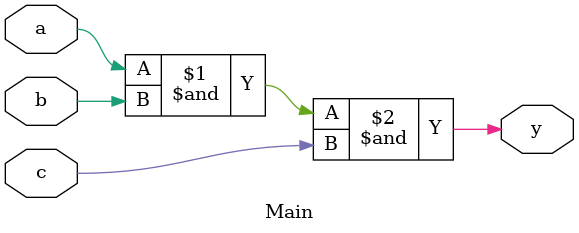
<source format=v>
module Main(a, b, c, y);
    input  a;
    input  b;
    input  c;
    output y;

    assign y = a & b & c;

endmodule

</source>
